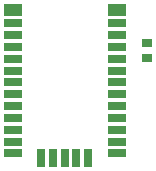
<source format=gtp>
G04 Layer_Color=7318015*
%FSLAX25Y25*%
%MOIN*%
G70*
G01*
G75*
%ADD12R,0.03543X0.02756*%
%ADD13R,0.05906X0.02756*%
%ADD14R,0.05906X0.03937*%
%ADD15R,0.02756X0.05906*%
D12*
X125984Y117520D02*
D03*
Y122638D02*
D03*
D13*
X115748Y85827D02*
D03*
Y89764D02*
D03*
Y93701D02*
D03*
Y97638D02*
D03*
Y101575D02*
D03*
Y105512D02*
D03*
Y109449D02*
D03*
Y113386D02*
D03*
Y117323D02*
D03*
Y121260D02*
D03*
Y125197D02*
D03*
Y129134D02*
D03*
X81102D02*
D03*
Y125197D02*
D03*
Y121260D02*
D03*
Y117323D02*
D03*
Y113386D02*
D03*
Y109449D02*
D03*
Y105512D02*
D03*
Y101575D02*
D03*
Y97638D02*
D03*
Y93701D02*
D03*
Y89764D02*
D03*
Y85827D02*
D03*
D14*
X115748Y133661D02*
D03*
X81102D02*
D03*
D15*
X90551Y84252D02*
D03*
X94488D02*
D03*
X98425D02*
D03*
X102362D02*
D03*
X106299D02*
D03*
M02*

</source>
